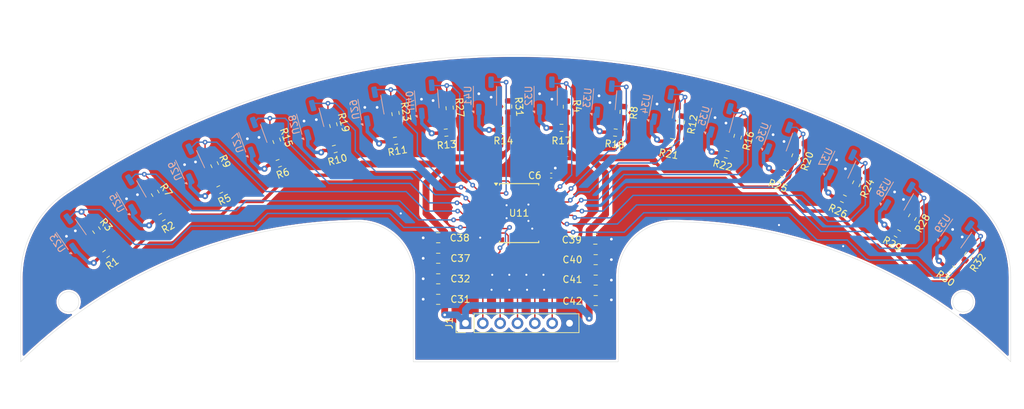
<source format=kicad_pcb>
(kicad_pcb (version 20241229) (generator "pcbnew") (generator_version "9.0")
  (layers (0 "F.Cu" signal) (2 "B.Cu" signal) (13 "F.Paste" user) (15 "B.Paste" user) (5 "F.SilkS" user "F.Silkscreen") (7 "B.SilkS" user "B.Silkscreen") (1 "F.Mask" user) (3 "B.Mask" user) (25 "Edge.Cuts" user))
  (net 0 "")
  (net 1 "GND")
  (net 2 "+3V3")
  (net 3 "Net-(U23-A)")
  (net 4 "Net-(U25-A)")
  (net 5 "OUT_1")
  (net 6 "OUT_9")
  (net 7 "Net-(U27-A)")
  (net 8 "OUT_10")
  (net 9 "OUT_2")
  (net 10 "OUT_3")
  (net 11 "Net-(U26-A)")
  (net 12 "Net-(U28-A)")
  (net 13 "OUT_11")
  (net 14 "OUT_4")
  (net 15 "Net-(U29-A)")
  (net 16 "OUT_12")
  (net 17 "OUT_5")
  (net 18 "OUT_13")
  (net 19 "Net-(U32-A)")
  (net 20 "Net-(U35-A)")
  (net 21 "OUT_6")
  (net 22 "Net-(U33-A)")
  (net 23 "Net-(U34-A)")
  (net 24 "Net-(U36-A)")
  (net 25 "OUT_14")
  (net 26 "Net-(U37-A)")
  (net 27 "OUT_7")
  (net 28 "OUT_15")
  (net 29 "Net-(U38-A)")
  (net 30 "Net-(U39-A)")
  (net 31 "OUT_16")
  (net 32 "OUT_8")
  (net 33 "S1")
  (net 34 "S3")
  (net 35 "S2")
  (net 36 "S0")
  (net 37 "Multiplexer_Analog ")
  (net 38 "Net-(U40-A)")
  (net 39 "Net-(U41-A)")
  (footprint "Resistor_SMD:R_0603_1608Metric" (layer "F.Cu") (at 158.975 76.880001 90)
    (property "Reference" "R4")
    (property "Value" "4k7")
  )
  (footprint "Resistor_SMD:R_0603_1608Metric" (layer "F.Cu") (at 175.675 79.080001 80)
    (property "Reference" "R12")
    (property "Value" "4k7")
  )
  (footprint "Capacitor_SMD:C_0805_2012Metric" (layer "F.Cu") (at 140.125 102.119999 180)
    (property "Reference" "C32")
    (property "Value" "10u")
  )
  (footprint "Resistor_SMD:R_0603_1608Metric" (layer "F.Cu") (at 107.375 85.380001 115)
    (property "Reference" "R9")
    (property "Value" "4k7")
  )
  (footprint "Resistor_SMD:R_0603_1608Metric" (layer "F.Cu") (at 141.803097 77.058142 95)
    (property "Reference" "R27")
    (property "Value" "4k7")
  )
  (footprint "Resistor_SMD:R_0603_1608Metric" (layer "F.Cu") (at 149.575 80.28 180)
    (property "Reference" "R14")
    (property "Value" "100")
  )
  (footprint "Resistor_SMD:R_0603_1608Metric" (layer "F.Cu") (at 182.375 83.880001 165)
    (property "Reference" "R22")
    (property "Value" "100")
  )
  (footprint "Capacitor_SMD:C_0805_2012Metric" (layer "F.Cu") (at 163.189999 99.304999)
    (property "Reference" "C40")
    (property "Value" "10u")
  )
  (footprint "Resistor_SMD:R_0603_1608Metric" (layer "F.Cu") (at 98.675 89.58 120)
    (property "Reference" "R7")
    (property "Value" "4k7")
  )
  (footprint "Package_SO:SSOP-24_5.3x8.2mm_P0.65mm" (layer "F.Cu") (at 151.974999 92.480001)
    (property "Reference" "U11")
    (property "Value" "CD74HC4067SM")
  )
  (footprint "Resistor_SMD:R_0603_1608Metric" (layer "F.Cu") (at 183.988525 81.283113 75)
    (property "Reference" "R16")
    (property "Value" "4k7")
  )
  (footprint "Capacitor_SMD:C_0402_1005Metric_Pad0.74x0.62mm_HandSolder" (layer "F.Cu") (at 156.675002 86.980006)
    (property "Reference" "C6")
    (property "Value" "100n")
  )
  (footprint "Resistor_SMD:R_0603_1608Metric" (layer "F.Cu") (at 91.475 98.480001 -145)
    (property "Reference" "R1")
    (property "Value" "100")
  )
  (footprint "Resistor_SMD:R_0603_1608Metric" (layer "F.Cu") (at 192.475 84.180001 70)
    (property "Reference" "R20")
    (property "Value" "4k7")
  )
  (footprint "Capacitor_SMD:C_0805_2012Metric" (layer "F.Cu") (at 163.19 105.304999)
    (property "Reference" "C42")
    (property "Value" "10u")
  )
  (footprint "Resistor_SMD:R_0603_1608Metric" (layer "F.Cu") (at 158.175 79.980001 180)
    (property "Reference" "R17")
    (property "Value" "100")
  )
  (footprint "Resistor_SMD:R_0603_1608Metric" (layer "F.Cu") (at 201.374999 88.180001 65)
    (property "Reference" "R24")
    (property "Value" "4k7")
  )
  (footprint "Capacitor_SMD:C_0805_2012Metric" (layer "F.Cu") (at 140.125 99.109998 180)
    (property "Reference" "C37")
    (property "Value" "10u")
  )
  (footprint "Resistor_SMD:R_0603_1608Metric" (layer "F.Cu") (at 99.675 93.080001 -150)
    (property "Reference" "R2")
    (property "Value" "100")
  )
  (footprint "Resistor_SMD:R_0603_1608Metric" (layer "F.Cu") (at 174.275 82.080001 170)
    (property "Reference" "R21")
    (property "Value" "100")
  )
  (footprint "Resistor_SMD:R_0603_1608Metric" (layer "F.Cu") (at 199.475 90.38 155)
    (property "Reference" "R26")
    (property "Value" "100")
  )
  (footprint "Resistor_SMD:R_0603_1608Metric" (layer "F.Cu") (at 166.075 80.680001 175)
    (property "Reference" "R18")
    (property "Value" "100")
  )
  (footprint "Resistor_SMD:R_0603_1608Metric" (layer "F.Cu") (at 133.875 77.880001 100)
    (property "Reference" "R23")
    (property "Value" "4k7")
  )
  (footprint "Resistor_SMD:R_0603_1608Metric" (layer "F.Cu") (at 90.075 94.980001 125)
    (property "Reference" "R3")
    (property "Value" "4k7")
  )
  (footprint "Resistor_SMD:R_0603_1608Metric" (layer "F.Cu") (at 150.375 76.855002 90)
    (property "Reference" "R31")
    (property "Value" "4k7")
  )
  (footprint "Resistor_SMD:R_0603_1608Metric" (layer "F.Cu") (at 133.875 81.880001 -170)
    (property "Reference" "R11")
    (property "Value" "100")
  )
  (footprint "Connector_PinHeader_2.54mm:PinHeader_1x07_P2.54mm_Vertical" (layer "F.Cu") (at 144.120001 108.629999 90)
    (property "Reference" "J1")
    (property "Value" "Conn_01x07_Pin")
  )
  (footprint "Capacitor_SMD:C_0805_2012Metric" (layer "F.Cu") (at 163.19 102.304999)
    (property "Reference" "C41")
    (property "Value" "10u")
  )
  (footprint "Resistor_SMD:R_0603_1608Metric" (layer "F.Cu") (at 217.775 98.680001 55)
    (property "Reference" "R32")
    (property "Value" "4k7")
  )
  (footprint "Capacitor_SMD:C_0805_2012Metric" (layer "F.Cu") (at 140.125 105.129999 180)
    (property "Reference" "C31")
    (property "Value" "10u")
  )
  (footprint "Resistor_SMD:R_0603_1608Metric" (layer "F.Cu") (at 124.975 83.080001 -165)
    (property "Reference" "R10")
    (property "Value" "100")
  )
  (footprint "Resistor_SMD:R_0603_1608Metric" (layer "F.Cu") (at 167.275 77.680001 85)
    (property "Reference" "R8")
    (property "Value" "4k7")
  )
  (footprint "Resistor_SMD:R_0603_1608Metric" (layer "F.Cu") (at 116.775 85.180001 -160)
    (property "Reference" "R6")
    (property "Value" "100")
  )
  (footprint "Resistor_SMD:R_0603_1608Metric" (layer "F.Cu") (at 116.475 81.880001 110)
    (property "Reference" "R15")
    (property "Value" "4k7")
  )
  (footprint "Resistor_SMD:R_0603_1608Metric" (layer "F.Cu") (at 207.375 95.48 150)
    (property "Reference" "R29")
    (property "Value" "100")
  )
  (footprint "Resistor_SMD:R_0603_1608Metric" (layer "F.Cu") (at 141.275 80.680001 -175)
    (property "Reference" "R13")
    (property "Value" "100")
  )
  (footprint "Resistor_SMD:R_0603_1608Metric" (layer "F.Cu") (at 209.575 93.080001 60)
    (property "Reference" "R28")
    (property "Value" "4k7")
  )
  (footprint "Capacitor_SMD:C_0805_2012Metric" (layer "F.Cu") (at 140.125 96.099999 180)
    (property "Reference" "C38")
    (property "Value" "10u")
  )
  (footprint "Resistor_SMD:R_0603_1608Metric" (layer "F.Cu") (at 215.375 100.780001 145)
    (property "Reference" "R30")
    (property "Value" "100")
  )
  (footprint "Resistor_SMD:R_0603_1608Metric" (layer "F.Cu") (at 108.127297 89.02866 -155)
    (property "Reference" "R5")
    (property "Value" "100")
  )
  (footprint "Resistor_SMD:R_0603_1608Metric" (layer "F.Cu") (at 124.774999 79.580001 105)
    (property "Reference" "R19")
    (property "Value" "4k7")
  )
  (footprint "Capacitor_SMD:C_0805_2012Metric" (layer "F.Cu") (at 163.14 96.304999)
    (property "Reference" "C39")
    (property "Value" "10u")
  )
  (footprint "Resistor_SMD:R_0603_1608Metric" (layer "F.Cu") (at 190.675 86.680001 160)
    (property "Reference" "R25")
    (property "Value" "100")
  )
  (footprint "OptoDevice:OnSemi_CASE100CY" (layer "B.Cu") (at 103.775 85.280001 25)
    (property "Reference" "U26")
    (property "Value" "QRE1113GR")
  )
  (footprint "OptoDevice:OnSemi_CASE100CY" (layer "B.Cu") (at 86.375 95.480001 35)
    (property "Reference" "U23")
    (property "Value" "QRE1113GR")
  )
  (footprint "OptoDevice:OnSemi_CASE100CY" (layer "B.Cu") (at 130.275 76.880001 10)
    (property "Reference" "U29")
    (property "Value" "QRE1113GR")
  )
  (footprint "OptoDevice:OnSemi_CASE100CY" (layer "B.Cu") (at 95.175 89.780001 30)
    (property "Reference" "U25")
    (property "Value" "QRE1113GR")
  )
  (footprint "OptoDevice:OnSemi_CASE100CY" (layer "B.Cu") (at 189.975 81.48 -20)
    (property "Reference" "U36")
    (property "Value" "QRE1113GR")
  )
  (footprint "OptoDevice:OnSemi_CASE100CY" (layer "B.Cu") (at 172.975 76.880001 -10)
    (property "Reference" "U34")
    (property "Value" "QRE1113GR")
  )
  (footprint "OptoDevice:OnSemi_CASE100CY" (layer "B.Cu") (at 146.975 75.280001)
    (property "Reference" "U41")
    (property "Value" "QRE1113GR")
  )
  (footprint "OptoDevice:OnSemi_CASE100CY" (layer "B.Cu") (at 164.475 75.780001 -5)
    (property "Reference" "U33")
    (property "Value" "QRE1113GR")
  )
  (footprint "OptoDevice:OnSemi_CASE100CY" (layer "B.Cu") (at 199.175 85.38 -25)
    (property "Reference" "U37")
    (property "Value" "QRE1113GR")
  )
  (footprint "OptoDevice:OnSemi_CASE100CY" (layer "B.Cu") (at 216.075 95.48 -35)
    (property "Reference" "U39")
    (property "Value" "QRE1113GR")
  )
  (footprint "OptoDevice:OnSemi_CASE100CY" (layer "B.Cu") (at 121.375 78.880001 15)
    (property "Reference" "U28")
    (property "Value" "QRE1113GR")
  )
  (footprint "OptoDevice:OnSemi_CASE100CY" (layer "B.Cu") (at 138.445889 75.793953 5)
    (property "Reference" "U40")
    (property "Value" "QRE1113GR")
  )
  (footprint "OptoDevice:OnSemi_CASE100CY" (layer "B.Cu") (at 181.475 78.88 -15)
    (property "Reference" "U35")
    (property "Value" "QRE1113GR")
  )
  (footprint "OptoDevice:OnSemi_CASE100CY" (layer "B.Cu") (at 207.574999 89.980001 -30)
    (property "Reference" "U38")
    (property "Value" "QRE1113GR")
  )
  (footprint "OptoDevice:OnSemi_CASE100CY" (layer "B.Cu") (at 112.975 81.380001 20)
    (property "Reference" "U27")
    (property "Value" "QRE1113GR")
  )
  (footprint "OptoDevice:OnSemi_CASE100CY" (layer "B.Cu") (at 155.874999 75.280001)
    (property "Reference" "U32")
    (property "Value" "QRE1113GR")
  )
  (gr_line (start 166.475001 101.748677) (end 166.480001 114.279999) (stroke (width 0.05)) (layer "Edge.Cuts"))
  (gr_line (start 136.475 101.748677) (end 136.470002 114.279999) (stroke (width 0.05)) (layer "Edge.Cuts"))
  (gr_arc (start 217.379386 89.476807) (mid 222.223874 94.86795) (end 223.975001 101.901231) (stroke (width 0.05)) (layer "Edge.Cuts"))
  (gr_arc (start 78.975001 101.901231) (mid 80.726108 94.867935) (end 85.570617 89.476807) (stroke (width 0.05)) (layer "Edge.Cuts"))
  (gr_circle (center 217 105.5) (end 215.5 105.5) (stroke (width 0.05)) (fill no) (layer "Edge.Cuts"))
  (gr_arc (start 78.975001 114.279998) (mid 101.688926 99.190743) (end 128.409609 93.748944) (stroke (width 0.05)) (layer "Edge.Cuts"))
  (gr_circle (center 78.975001 94.279999) (end 78.985001 94.279999) (stroke (width 0.0001)) (fill yes) (layer "Edge.Cuts"))
  (gr_line (start 223.975001 101.901231) (end 223.975001 114.279999) (stroke (width 0.05)) (layer "Edge.Cuts"))
  (gr_circle (center 86 105.5) (end 84.5 105.5) (stroke (width 0.05)) (fill no) (layer "Edge.Cuts"))
  (gr_arc (start 166.475 101.748677) (mid 168.841324 96.068763) (end 174.54039 93.748944) (stroke (width 0.05)) (layer "Edge.Cuts"))
  (gr_arc (start 128.409609 93.748944) (mid 134.108692 96.068746) (end 136.475 101.748677) (stroke (width 0.05)) (layer "Edge.Cuts"))
  (gr_arc (start 174.54039 93.748944) (mid 201.261075 99.190741) (end 223.975001 114.279999) (stroke (width 0.05)) (layer "Edge.Cuts"))
  (gr_arc (start 85.570617 89.476807) (mid 151.475001 69.280001) (end 217.379386 89.476807) (stroke (width 0.05)) (layer "Edge.Cuts"))
  (gr_line (start 78.975001 101.901231) (end 78.975001 114.279998) (stroke (width 0.05)) (layer "Edge.Cuts"))
  (gr_line (start 136.470002 114.279999) (end 166.480001 114.279999) (stroke (width 0.05)) (layer "Edge.Cuts"))
  (gr_circle (center 223.975 94.279999) (end 223.985001 94.279998) (stroke (width 0.0001)) (fill yes) (layer "Edge.Cuts"))
  (segment (start 146.275 96.080001) (end 148.35 96.080001) (width 0.2) (layer "F.Cu") (net 1))
  (segment (start 153.900001 94.755) (end 155.574999 94.755) (width 0.2) (layer "F.Cu") (net 1))
  (segment (start 157.242509 85.912492) (end 157.242509 86.980001) (width 0.5) (layer "F.Cu") (net 1))
  (segment (start 148.35 96.080001) (end 148.375 96.055001) (width 0.2) (layer "F.Cu") (net 1))
  (segment (start 137.935 96.099999) (end 137.925 96.109999) (width 0.5) (layer "F.Cu") (net 1))
  (segment (start 157.275 85.880001) (end 157.242509 85.912492) (width 0.5) (layer "F.Cu") (net 1))
  (segment (start 164.14 99.304999) (end 165.49 99.304999) (width 0.5) (layer "F.Cu") (net 1))
  (segment (start 139.175 99.109999) (end 137.925 99.109998) (width 0.5) (layer "F.Cu") (net 1))
  (segment (start 157.242509 86.980001) (end 157.242502 86.980007) (width 0.5) (layer "F.Cu") (net 1))
  (segment (start 137.945 105.129999) (end 137.925 105.109999) (width 0.5) (layer "F.Cu") (net 1))
  (segment (start 139.175 96.099998) (end 137.935 96.099999) (width 0.5) (layer "F.Cu") (net 1))
  (segment (start 137.935 102.119999) (end 137.925 102.109999) (width 0.5) (layer "F.Cu") (net 1))
  (segment (start 139.175 105.129999) (end 137.945 105.129999) (width 0.5) (layer "F.Cu") (net 1))
  (segment (start 165.39 105.304999) (end 165.49 105.204999) (width 0.5) (layer "F.Cu") (net 1))
  (segment (start 139.175 102.119999) (end 137.935 102.119999) (width 0.5) (layer "F.Cu") (net 1))
  (segment (start 164.14 102.304999) (end 165.49 102.304998) (width 0.5) (layer "F.Cu") (net 1))
  (segment (start 164.09 96.304999) (end 165.49 96.304999) (width 0.5) (layer "F.Cu") (net 1))
  (segment (start 164.14 105.304999) (end 165.39 105.304999) (width 0.5) (layer "F.Cu") (net 1))
  (via (at 137.675 75.78) (size 0.9) (drill 0.4) (layers "F.Cu" "B.Cu") (net 1))
  (via (at 165.49 96.304999) (size 0.9) (drill 0.4) (layers "F.Cu" "B.Cu") (net 1))
  (via (at 150.140001 93.229999) (size 0.7) (drill 0.3) (layers "F.Cu" "B.Cu") (net 1))
  (via (at 131.174999 76.980001) (size 0.9) (drill 0.4) (layers "F.Cu" "B.Cu") (net 1))
  (via (at 134.640001 92.529999) (size 0.7) (drill 0.3) (layers "F.Cu" "B.Cu") (net 1))
  (via (at 113.875 81.380001) (size 0.9) (drill 0.4) (layers "F.Cu" "B.Cu") (net 1))
  (via (at 190.040001 94.229999) (size 0.7) (drill 0.3) (layers "F.Cu" "B.Cu") (net 1))
  (via (at 150.140001 91.329999) (size 0.7) (drill 0.3) (layers "F.Cu" "B.Cu") (net 1))
  (via (at 154.975 74.980001) (size 0.9) (drill 0.4) (layers "F.Cu" "B.Cu") (net 1))
  (via (at 137.925 102.109999) (size 0.9) (drill 0.4) (layers "F.Cu" "B.Cu") (net 1))
  (via (at 112.175 81.580001) (size 0.9) (drill 0.4) (layers "F.Cu" "B.Cu") (net 1))
  (via (at 86.975 95.080001) (size 0.9) (drill 0.4) (layers "F.Cu" "B.Cu") (net 1))
  (via (at 122.275 78.780001) (size 0.9) (drill 0.4) (layers "F.Cu" "B.Cu") (net 1))
  (via (at 146.275 96.080001) (size 0.7) (drill 0.3) (layers "F.Cu" "B.Cu") (net 1))
  (via (at 147.875 75.480001) (size 0.9) (drill 0.4) (layers "F.Cu" "B.Cu") (net 1))
  (via (at 153.340001 91.229999) (size 0.7) (drill 0.3) (layers "F.Cu" "B.Cu") (net 1))
  (via (at 180.675 78.480001) (size 0.9) (drill 0.4) (layers "F.Cu" "B.Cu") (net 1))
  (via (at 156.775 75.780001) (size 0.9) (drill 0.4) (layers "F.Cu" "B.Cu") (net 1))
  (via (at 199.775 85.98) (size 0.9) (drill 0.4) (layers "F.Cu" "B.Cu") (net 1))
  (via (at 137.925 99.109998) (size 0.9) (drill 0.4) (layers "F.Cu" "B.Cu") (net 1))
  (via (at 96.075 89.780001) (size 0.9) (drill 0.4) (layers "F.Cu" "B.Cu") (net 1))
  (via (at 102.975 85.380001) (size 0.9) (drill 0.4) (layers "F.Cu" "B.Cu") (net 1))
  (via (at 172.175 76.480001) (size 0.9) (drill 0.4) (layers "F.Cu" "B.Cu") (net 1))
  (via (at 153.900001 94.755) (size 0.7) (drill 0.3) (layers "F.Cu" "B.Cu") (net 1))
  (via (at 215.475 94.88) (size 0.9) (drill 0.4) (layers "F.Cu" "B.Cu") (net 1))
  (via (at 129.375 76.980001) (size 0.9) (drill 0.4) (layers "F.Cu" "B.Cu") (net 1))
  (via (at 206.974999 89.380001) (size 0.9) (drill 0.4) (layers "F.Cu" "B.Cu") (net 1))
  (via (at 163.675 75.280001) (size 0.9) (drill 0.4) (layers "F.Cu" "B.Cu") (net 1))
  (via (at 173.975 77.28) (size 0.9) (drill 0.4) (layers "F.Cu" "B.Cu") (net 1))
  (via (at 165.49 105.204999) (size 0.9) (drill 0.4) (layers "F.Cu" "B.Cu") (net 1))
  (via (at 189.175 80.980001) (size 0.9) (drill 0.4) (layers "F.Cu" "B.Cu") (net 1))
  (via (at 150.540001 101.529999) (size 0.7) (drill 0.3) (layers "F.Cu" "B.Cu") (net 1))
  (via (at 120.475 78.980001) (size 0.9) (drill 0.4) (layers "F.Cu" "B.Cu") (net 1))
  (via (at 199.440001 97.329999) (size 0.7) (drill 0.3) (layers "F.Cu" "B.Cu") (net 1))
  (via (at 153.340001 93.629999) (size 0.7) (drill 0.3) (layers "F.Cu" "B.Cu") (net 1))
  (via (at 155.640001 103.729999) (size 0.7) (drill 0.3) (layers "F.Cu" "B.Cu") (net 1))
  (via (at 137.925 96.109999) (size 0.9) (drill 0.4) (layers "F.Cu" "B.Cu") (net 1))
  (via (at 147.940001 103.729999) (size 0.7) (drill 0.3) (layers "F.Cu" "B.Cu") (net 1))
  (via (at 198.475 84.680001) (size 0.9) (drill 0.4) (layers "F.Cu" "B.Cu") (net 1))
  (via (at 165.275 76.280001) (size 0.9) (drill 0.4) (layers "F.Cu" "B.Cu") (net 1))
  (via (at 165.49 99.304999) (size 0.9) (drill 0.4) (layers "F.Cu" "B.Cu") (net 1))
  (via (at 153.040001 101.529999) (size 0.7) (drill 0.3) (layers "F.Cu" "B.Cu") (net 1))
  (via (at 139.375 75.980001) (size 0.9) (drill 0.4) (layers "F.Cu" "B.Cu") (net 1))
  (via (at 148.040001 101.529999) (size 0.7) (drill 0.3) (layers "F.Cu" "B.Cu") (net 1))
  (via (at 146.075 74.980001) (size 0.9) (drill 0.4) (layers "F.Cu" "B.Cu") (net 1))
  (via (at 182.274999 79.280001) (size 0.9) (drill 0.4) (layers "F.Cu" "B.Cu") (net 1))
  (via (at 165.49 102.304998) (size 0.9) (drill 0.4) (layers "F.Cu" "B.Cu") (net 1))
  (via (at 155.540001 101.529999) (size 0.7) (drill 0.3) (layers "F.Cu" "B.Cu") (net 1))
  (via (at 190.775 81.98) (size 0.9) (drill 0.4) (layers "F.Cu" "B.Cu") (net 1))
  (via (at 208.275 90.480001) (size 0.9) (drill 0.4) (layers "F.Cu" "B.Cu") (net 1))
  (via (at 85.675 95.880001) (size 0.9) (drill 0.4) (layers "F.Cu" "B.Cu") (net 1))
  (via (at 104.575 84.980001) (size 0.9) (drill 0.4) (layers "F.Cu" "B.Cu") (net 1))
  (via (at 150.540001 103.729999) (size 0.7) (drill 0.3) (layers "F.Cu" "B.Cu") (net 1))
  (via (at 94.475 90.38) (size 0.9) (drill 0.4) (layers "F.Cu" "B.Cu") (net 1))
  (via (at 137.925 105.109999) (size 0.9) (drill 0.4) (layers "F.Cu" "B.Cu") (net 1))
  (via (at 157.275 85.880001) (size 0.9) (drill 0.4) (layers "F.Cu" "B.Cu") (net 1))
  (via (at 216.875 95.980001) (size 0.9) (drill 0.4) (layers "F.Cu" "B.Cu") (net 1))
  (via (at 153.140001 103.729999) (size 0.7) (drill 0.3) (layers "F.Cu" "B.Cu") (net 1))
  (segment (start 139.516778 77.707905) (end 139.516778 76.121778) (width 0.5) (layer "B.Cu") (net 1))
  (segment (start 207.354422 91.400579) (end 208.275 90.480001) (width 0.5) (layer "B.Cu") (net 1))
  (segment (start 84.490613 94.695614) (end 85.675 95.880001) (width 0.5) (layer "B.Cu") (net 1))
  (segment (start 189.813319 79.292799) (end 189.813319 80.341682) (width 0.5) (layer "B.Cu") (net 1))
  (segment (start 88.259387 96.364388) (end 86.975 95.080001) (width 0.5) (layer "B.Cu") (net 1))
  (segment (start 181.826692 79.728308) (end 182.274999 79.280001) (width 0.5) (layer "B.Cu") (net 1))
  (segment (start 146.075003 74.979998) (end 146.075 74.980001) (width 0.5) (layer "B.Cu") (net 1))
  (segment (start 111.445235 80.850236) (end 112.175 81.580001) (width 0.5) (layer "B.Cu") (net 1))
  (segment (start 173.514028 79.005898) (end 173.514028 77.740972) (width 0.5) (layer "B.Cu") (net 1))
  (segment (start 105.435911 85.840912) (end 104.575 84.980001) (width 0.5) (layer "B.Cu") (net 1))
  (segment (start 165.197261 76.35774) (end 165.275 76.280001) (width 0.5) (layer "B.Cu") (net 1))
  (segment (start 181.826693 81.044787) (end 181.826692 79.728308) (width 0.5) (layer "B.Cu") (net 1))
  (segment (start 105.435911 86.71226) (end 105.435911 85.840912) (width 0.5) (layer "B.Cu") (net 1))
  (segment (start 190.136681 83.667202) (end 190.136681 82.61832) (width 0.5) (layer "B.Cu") (net 1))
  (segment (start 163.752739 73.709173) (end 163.752739 75.202262) (width 0.5) (layer "B.Cu") (net 1))
  (segment (start 137.675 75.78) (end 137.675 75.480001) (width 0.5) (layer "B.Cu") (net 1))
  (segment (start 111.445235 79.808428) (end 111.445235 80.850236) (width 0.5) (layer "B.Cu") (net 1))
  (segment (start 131.508621 77.313622) (end 131.174999 76.980001) (width 0.5) (layer "B.Cu") (net 1))
  (segment (start 93.39558 89.300581) (end 94.475 90.38) (width 0.5) (layer "B.Cu") (net 1))
  (segment (start 96.95442 91.062052) (end 96.95442 90.659421) (width 0.5) (layer "B.Cu") (net 1))
  (segment (start 156.774997 77.28) (end 156.774997 75.780004) (width 0.5) (layer "B.Cu") (net 1))
  (segment (start 122.761969 79.26697) (end 122.275 78.780001) (width 0.5) (layer "B.Cu") (net 1))
  (segment (start 189.813319 80.341682) (end 189.175 80.980001) (width 0.5) (layer "B.Cu") (net 1))
  (segment (start 190.136681 82.61832) (end 190.775 81.98) (width 0.5) (layer "B.Cu") (net 1))
  (segment (start 139.516778 76.121778) (end 139.375 75.980001) (width 0.5) (layer "B.Cu") (net 1))
  (segment (start 216.484915 93.32548) (end 216.484916 93.870084) (width 0.5) (layer "B.Cu") (net 1))
  (segment (start 165.197261 77.850829) (end 165.197261 76.35774) (width 0.5) (layer "B.Cu") (net 1))
  (segment (start 114.504765 82.951574) (end 114.504765 82.009766) (width 0.5) (layer "B.Cu") (net 1))
  (segment (start 146.075003 73.280002) (end 146.075003 74.979998) (width 0.5) (layer "B.Cu") (net 1))
  (segment (start 84.490613 94.357913) (end 84.490613 94.695614) (width 0.5) (layer "B.Cu") (net 1))
  (segment (start 93.39558 88.49795) (end 93.39558 89.300581) (width 0.5) (layer "B.Cu") (net 1))
  (segment (start 172.435972 76.219029) (end 172.175 76.480001) (width 0.5) (layer "B.Cu") (net 1))
  (segment (start 154.975002 73.280002) (end 154.975003 74.979998) (width 0.5) (layer "B.Cu") (net 1))
  (segment (start 96.95442 90.659421) (end 96.075 89.780001) (width 0.5) (layer "B.Cu") (net 1))
  (segment (start 199.145439 87.57297) (end 199.145439 86.609561) (width 0.5) (layer "B.Cu") (net 1))
  (segment (start 207.795578 87.797952) (end 207.795578 88.559423) (width 0.5) (layer "B.Cu") (net 1))
  (segment (start 181.123307 78.031694) (end 180.675 78.480001) (width 0.5) (layer "B.Cu") (net 1))
  (segment (start 216.484916 93.870084) (end 215.475 94.88) (width 0.5) (layer "B.Cu") (net 1))
  (segment (start 173.514028 77.740972) (end 173.975 77.28) (width 0.5) (layer "B.Cu") (net 1))
  (segment (start 102.114089 84.51909) (end 102.975 85.380001) (width 0.5) (layer "B.Cu") (net 1))
  (segment (start 199.204561 83.95044) (end 198.475 84.680001) (width 0.5) (layer "B.Cu") (net 1))
  (segment (start 156.774997 75.780004) (end 156.775 75.780001) (width 0.5) (layer "B.Cu") (net 1))
  (segment (start 207.795578 88.559423) (end 206.974999 89.380001) (width 0.5) (layer "B.Cu") (net 1))
  (segment (start 147.874997 77.28) (end 147.874997 75.480003) (width 0.5) (layer "B.Cu") (net 1))
  (segment (start 131.508621 78.693332) (end 131.508621 77.313622) (width 0.5) (layer "B.Cu") (net 1))
  (segment (start 102.114089 83.847742) (end 102.114089 84.51909) (width 0.5) (layer "B.Cu") (net 1))
  (segment (start 137.675 75.480001) (end 137.375 75.180001) (width 0.5) (layer "B.Cu") (net 1))
  (segment (start 137.375 75.180001) (end 137.374999 73.880001) (width 0.5) (layer "B.Cu") (net 1))
  (segment (start 199.204561 83.187031) (end 199.204561 83.95044) (width 0.5) (layer "B.Cu") (net 1))
  (segment (start 88.259387 96.602089) (end 88.259387 96.364388) (width 0.5) (layer "B.Cu") (net 1))
  (segment (start 172.435971 74.754104) (end 172.435972 76.219029) (width 0.5) (layer "B.Cu") (net 1))
  (segment (start 215.665084 97.189917) (end 216.875 95.980001) (width 0.5) (layer "B.Cu") (net 1))
  (segment (start 199.145439 86.609561) (end 199.775 85.98) (width 0.5) (layer "B.Cu") (net 1))
  (segment (start 154.975003 74.979998) (end 154.975 74.980001) (width 0.5) (layer "B.Cu") (net 1))
  (segment (start 163.752739 75.202262) (end 163.675 75.280001) (width 0.5) (layer "B.Cu") (net 1))
  (segment (start 122.761969 80.578914) (end 122.761969 79.26697) (width 0.5) (layer "B.Cu") (net 1))
  (segment (start 114.504765 82.009766) (end 113.875 81.380001) (width 0.5) (layer "B.Cu") (net 1))
  (segment (start 181.123307 76.715214) (end 181.123307 78.031694) (width 0.5) (layer "B.Cu") (net 1))
  (segment (start 215.665084 97.634521) (end 215.665084 97.189917) (width 0.5) (layer "B.Cu") (net 1))
  (segment (start 147.874997 75.480003) (end 147.875 75.480001) (width 0.5) (layer "B.Cu") (net 1))
  (segment (start 119.988031 78.493032) (end 120.475 78.980001) (width 0.5) (layer "B.Cu") (net 1))
  (segment (start 129.041379 76.64638) (end 129.375 76.980001) (width 0.5) (layer "B.Cu") (net 1))
  (segment (start 129.041379 75.06667) (end 129.041379 76.64638) (width 0.5) (layer "B.Cu") (net 1))
  (segment (start 207.354422 92.16205) (end 207.354422 91.400579) (width 0.5) (layer "B.Cu") (net 1))
  (segment (start 119.988031 77.181087) (end 119.988031 78.493032) (width 0.5) (layer "B.Cu") (net 1))
  (segment (start 100.38947 92.667503) (end 100.462502 92.667503) (width 0.5) (layer "F.Cu") (net 2))
  (segment (start 200.222704 90.728661) (end 200.222704 91.432296) (width 0.5) (layer "F.Cu") (net 2))
  (segment (start 138.340001 88.115) (end 140.675 85.780001) (width 1) (layer "F.Cu") (net 2))
  (segment (start 198.825 92.83) (end 198.175 92.180001) (width 0.5) (layer "F.Cu") (net 2))
  (segment (start 182.575 86.380001) (end 173.275 86.380001) (width 0.5) (layer "F.Cu") (net 2))
  (segment (start 141.075 96.099998) (end 141.225 95.949998) (width 0.2) (layer "F.Cu") (net 2))
  (segment (start 97.475 95.880001) (end 94.375 98.980001) (width 0.5) (layer "F.Cu") (net 2))
  (segment (start 127.325 86.930001) (end 119.525 86.930001) (width 0.5) (layer "F.Cu") (net 2))
  (segment (start 183.171889 85.783112) (end 182.575 86.380001) (width 0.5) (layer "F.Cu") (net 2))
  (segment (start 149.575 83.880001) (end 149.075 84.380001) (width 1) (layer "F.Cu") (net 2))
  (segment (start 142.075 83.180001) (end 142.075 84.380001) (width 0.5) (layer "F.Cu") (net 2))
  (segment (start 208.08947 96.66553) (end 206.725 98.030001) (width 0.5) (layer "F.Cu") (net 2))
  (segment (start 162.19 96.304999) (end 162.24 96.354999) (width 1) (layer "F.Cu") (net 2))
  (segment (start 140.175 85.280001) (end 140.675 85.780001) (width 1) (layer "F.Cu") (net 2))
  (segment (start 125.771887 82.866476) (end 124.988525 80.376888) (width 0.5) (layer "F.Cu") (net 2))
  (segment (start 128.975 85.280001) (end 127.975 86.280001) (width 1) (layer "F.Cu") (net 2))
  (segment (start 211.275 102.580001) (end 206.725 98.030001) (width 0.5) (layer "F.Cu") (net 2))
  (segment (start 193.475 92.180001) (end 189.975 88.680001) (width 0.5) (layer "F.Cu") (net 2))
  (segment (start 166.775 80.873766) (end 166.775 82.380001) (width 0.5) (layer "F.Cu") (net 2))
  (segment (start 167.203095 78.501864) (end 166.896861 80.751904) (width 0.5) (layer "F.Cu") (net 2))
  (segment (start 117.550245 84.955246) (end 119.525 86.930001) (width 0.5) (layer "F.Cu") (net 2))
  (segment (start 216.0508 101.253202) (end 214.724001 102.580001) (width 0.5) (layer "F.Cu") (net 2))
  (segment (start 162.24 96.354999) (end 162.24 97.029999) (width 1) (layer "F.Cu") (net 2))
  (segment (start 206.725 98.030001) (end 204.875 96.180001) (width 0.5) (layer "F.Cu") (net 2))
  (segment (start 94.375 98.980001) (end 93.123999 98.980001) (width 0.5) (layer "F.Cu") (net 2))
  (segment (start 141.075 96.099998) (end 141.075 95.264998) (width 1) (layer "F.Cu") (net 2))
  (segment (start 164.640001 92.629999) (end 162.24 95.03) (width 1) (layer "F.Cu") (net 2))
  (segment (start 191.450247 87.204754) (end 189.975 88.680001) (width 0.5) (layer "F.Cu") (net 2))
  (segment (start 191.450247 86.962168) (end 191.450247 87.204754) (width 0.5) (layer "F.Cu") (net 2))
  (segment (start 162.375 84.380001) (end 164.640001 86.645002) (width 1) (layer "F.Cu") (net 2))
  (segment (start 171.825 84.930001) (end 171.275 84.380001) (width 1) (layer "F.Cu") (net 2))
  (segment (start 125.771887 82.866476) (end 125.771887 85.376888) (width 0.5) (layer "F.Cu") (net 2))
  (segment (start 156.275 84.48) (end 159.975 84.48) (width 0.5) (layer "F.Cu") (net 2))
  (segment (start 183.171889 84.093526) (end 183.171889 85.783112) (width 0.5) (layer "F.Cu") (net 2))
  (segment (start 100.462502 92.667503) (end 102.275 94.480001) (width 0.5) (layer "F.Cu") (net 2))
  (segment (start 127.975 86.280001) (end 127.325 86.930001) (width 0.5) (layer "F.Cu") (net 2))
  (segment (start 162.24 107.904998) (end 162.24 105.304999) (width 1) (layer "F.Cu") (net 2))
  (segment (start 162.19 96.304999) (end 162.24 96.254998) (width 1) (layer "F.Cu") (net 2))
  (segment (start 102.275 94.480001) (end 100.875 95.880001) (width 0.5) (layer "F.Cu") (net 2))
  (segment (start 142.096859 83.158141) (end 142.075 83.180001) (width 0.5) (layer "F.Cu") (net 2))
  (segment (start 110.375 90.180001) (end 110.375 90.780001) (width 0.5) (layer "F.Cu") (net 2))
  (segment (start 175.087467 82.223261) (end 175.087467 84.567533) (width 0.5) (layer "F.Cu") (net 2))
  (segment (start 201.02634 88.927706) (end 200.222704 90.728661) (width 0.5) (layer "F.Cu") (net 2))
  (segment (start 150.375 77.680001) (end 150.399998 80.280001) (width 0.5) (layer "F.Cu") (net 2))
  (segment (start 159.475 83.780001) (end 159 83.305001) (width 0.5) (layer "F.Cu") (net 2))
  (segment (start 100.875 95.880001) (end 97.475 95.880001) (width 0.5) (layer "F.Cu") (net 2))
  (segment (start 117.550245 84.897835) (end 116.757166 82.655248) (width 0.5) (layer "F.Cu") (net 2))
  (segment (start 108.875 88.680001) (end 107.723659 86.127707) (width 0.5) (layer "F.Cu") (net 2))
  (segment (start 184.875 88.680001) (end 182.575 86.380001) (width 0.5) (layer "F.Cu") (net 2))
  (segment (start 100.38947 92.667503) (end 99.087499 90.294469) (width 0.5) (layer "F.Cu") (net 2))
  (segment (start 141.075 95.264998) (end 141.075 107.409999) (width 1) (layer "F.Cu") (net 2))
  (segment (start 132.475 85.280001) (end 140.175 85.280001) (width 1) (layer "F.Cu") (net 2))
  (segment (start 103.975 92.780001) (end 102.275 94.480001) (width 0.5) (layer "F.Cu") (net 2))
  (segment (start 204.875 96.180001) (end 202.175 96.180001) (width 0.5) (layer "F.Cu") (net 2))
  (segment (start 117.550245 84.897835) (end 117.550245 84.955246) (width 0.5) (layer "F.Cu") (net 2))
  (segment (start 162.24 97.029999) (end 162.24 105.304999) (width 1) (layer "F.Cu") (net 2))
  (segment (start 160.075 84.380001) (end 162.375 84.380001) (width 1) (layer "F.Cu") (net 2))
  (segment (start 119.525 86.930001) (end 118.225 86.930001) (width 0.5) (layer "F.Cu") (net 2))
  (segment (start 214.724001 102.580001) (end 211.275 102.580001) (width 0.5) (layer "F.Cu") (net 2))
  (segment (start 118.225 86.930001) (end 114.375 90.780001) (width 0.5) (layer "F.Cu") (net 2))
  (segment (start 166.896861 80.751904) (end 166.775 80.873766) (width 0.5) (layer "F.Cu") (net 2))
  (segment (start 142.096859 80.608098) (end 142.096859 83.158141) (width 0.5) (layer "F.Cu") (net 2))
  (segment (start 171.275 84.380001) (end 167.075 84.380001) (width 1) (layer "F.Cu") (net 2))
  (segment (start 108.375 92.780001) (end 103.975 92.780001) (width 0.5) (layer "F.Cu") (net 2))
  (segment (start 200.222704 91.432296) (end 198.825 92.83) (width 0.5) (layer "F.Cu") (net 2))
  (segment (start 149.575 83.880001) (end 150.399998 83.055003) (width 0.5) (layer "F.Cu") (net 2))
  (segment (start 156.275 84.48) (end 156.1075 84.6475) (width 0.5) (layer "F.Cu") (net 2))
  (segment (start 159 83.305001) (end 159 79.980001) (width 0.5) (layer "F.Cu") (net 2))
  (segment (start 175.087467 84.567533) (end 173.275 86.380001) (width 0.5) (layer "F.Cu") (net 2))
  (segment (start 93.123999 98.980001) (end 92.150799 98.006802) (width 0.5) (layer "F.Cu") (net 2))
  (segment (start 158.974999 77.705002) (end 159 79.980001) (width 0.5) (layer "F.Cu") (net 2))
  (segment (start 156.1075 84.6475) (end 156.1075 86.980005) (width 0.5) (layer "F.Cu") (net 2))
  (segment (start 208.08947 95.892501) (end 208.08947 96.66553) (width 0.5) (layer "F.Cu") (net 2))
  (segment (start 217.301798 99.355802) (end 216.0508 101.253202) (width 0.5) (layer "F.Cu") (net 2))
  (segment (start 134.018259 78.692465) (end 134.687465 81.736742) (width 0.5) (layer "F.Cu") (net 2))
  (segment (start 141.875 77.880001) (end 142.096859 80.608098) (width 0.5) (layer "F.Cu") (net 2))
  (segment (start 183.774999 82.080004) (end 183.171889 84.093526) (width 0.5) (layer "F.Cu") (net 2))
  (segment (start 149.075 84.380001) (end 142.075 84.380001) (width 1) (layer "F.Cu") (net 2))
  (segment (start 159.475 83.780001) (end 160.075 84.380001) (width 1) (layer "F.Cu") (net 2))
  (segment (start 134.675 83.10493) (end 134.687465 83.092465) (width 0.5) (layer "F.Cu") (net 2))
  (segment (start 142.075 84.380001) (end 140.675 85.780001) (width 1) (layer "F.Cu") (net 2))
  (segment (start 162.24 95.03) (end 162.24 97.029999) (width 1) (layer "F.Cu") (net 2))
  (segment (start 209.162499 93.794472) (end 208.08947 95.892501) (width 0.5) (layer "F.Cu") (net 2))
  (segment (start 141.075 95.264998) (end 138.340001 92.529999) (width 1) (layer "F.Cu") (net 2))
  (segment (start 167.075 84.380001) (end 162.375 84.380001) (width 1) (layer "F.Cu") (net 2))
  (segment (start 173.275 86.380001) (end 171.825 84.930001) (width 0.5) (layer "F.Cu") (net 2))
  (segment (start 132.475 85.280001) (end 134.650069 83.104931) (width 0.5) (layer "F.Cu") (net 2))
  (segment (start 156.107501 88.347501) (end 155.575 88.880002) (width 0.5) (layer "F.Cu") (net 2))
  (segment (start 156.1075 86.980005) (end 156.107501 88.347501) (width 0.5) (layer "F.Cu") (net 2))
  (segment (start 166.775 82.380001) (end 167.075 82.680001) (width 0.5) (layer "F.Cu") (net 2))
  (segment (start 150.399998 83.055003) (end 150.399998 80.280001) (width 0.5) (layer "F.Cu") (net 2))
  (segment (start 167.075 82.680001) (end 167.075 84.380001) (width 0.5) (layer "F.Cu") (net 2))
  (segment (start 125.771887 85.376888) (end 127.325 86.930001) (width 0.5) (layer "F.Cu") (net 2))
  (segment (start 198.175 92.180001) (end 193.475 92.180001) (width 0.5) (layer "F.Cu") (net 2))
  (segment (start 175.53174 79.892469) (end 175.087467 82.223261) (width 0.5) (layer "F.Cu") (net 2))
  (segment (start 110.375 90.780001) (end 108.375 92.780001) (width 0.5) (layer "F.Cu") (net 2))
  (segment (start 114.375 90.780001) (end 110.375 90.780001) (width 0.5) (layer "F.Cu") (net 2))
  (segment (start 134.687465 83.092465) (end 134.687465 81.736742) (width 0.5) (layer "F.Cu") (net 2))
  (segment (start 164.640001 86.645002) (end 164.640001 92.629999) (width 1) (layer "F.Cu") (net 2))
  (segment (start 138.340001 92.529999) (end 138.340001 88.115) (width 1) (layer "F.Cu") (net 2))
  (segment (start 92.150799 98.006802) (end 90.548202 95.655804) (width 0.5) (layer "F.Cu") (net 2))
  (segment (start 202.175 96.180001) (end 198.825 92.83) (width 0.5) (layer "F.Cu") (net 2))
  (segment (start 108.875 88.680001) (end 110.375 90.180001) (width 0.5) (layer "F.Cu") (net 2))
  (segment (start 134.650069 83.104931) (end 134.675 83.10493) (width 0.5) (layer "F.Cu") (net 2))
  (segment (start 132.475 85.280001) (end 128.975 85.280001) (width 1) (layer "F.Cu") (net 2))
  (segment (start 189.975 88.680001) (end 184.875 88.680001) (width 0.5) (layer "F.Cu") (net 2))
  (segment (start 192.192833 84.955247) (end 191.450247 86.962168) (width 0.5) (layer "F.Cu") (net 2))
  (segment (start 159.975 84.48) (end 160.075 84.380001) (width 0.5) (layer "F.Cu") (net 2))
  (via (at 141.075 107.409999) (size 0.9) (drill 0.4) (layers "F.Cu" "B.Cu") (net 2))
  (via (at 162.24 107.904998) (size 0.9) (drill 0.4) (layers "F.Cu" "B.Cu") (net 2))
  (segment (start 162.24 107.604997) (end 162.24 107.904998) (width 1) (layer "B.Cu") (net 2))
  (segment (start 141.075 107.409999) (end 142.900001 107.409999) (width 1) (layer "B.Cu") (net 2))
  (segment (start 144.740001 106.029999) (end 160.665002 106.029999) (width 1) (layer "B.Cu") (net 2))
  (segment (start 144.120001 106.649999) (end 144.740001 106.029999) (width 1) (layer "B.Cu") (net 2))
  (segment (start 144.120001 108.629999) (end 144.120001 106.649999) (width 1) (layer "B.Cu") (net 2))
  (segment (start 142.900001 107.409999) (end 144.120001 108.629999) (width 1) (layer "B.Cu") (net 2))
  (segment (start 160.665002 106.029999) (end 162.24 107.604997) (width 1) (layer "B.Cu") (net 2))
  (segment (start 90.799199 98.9532) (end 90.501801 98.953199) (width 0.5) (layer "F.Cu") (net 3))
  (segment (start 90.501801 98.953199) (end 89.674999 99.780001) (width 0.5) (layer "F.Cu") (net 3))
  (via (at 89.674999 99.780001) (size 0.9) (drill 0.4) (layers "F.Cu" "B.Cu") (net 3))
  (segment (start 89.674999 99.780001) (end 88.93039 99.780001) (width 0.5) (layer "B.Cu") (net 3))
  (segment (start 88.93039 99.780001) (end 86.784916 97.634526) (width 0.5) (layer "B.Cu") (net 3))
  (segment (start 86.784916 97.634526) (end 86.784916 97.989917) (width 0.2) (layer "B.Cu") (net 3))
  (segment (start 98.96053 93.492499) (end 98.562502 93.492499) (width 0.5) (layer "F.Cu") (net 4))
  (segment (start 98.562502 93.492499) (end 97.775 94.280001) (width 0.5) (layer "F.Cu") (net 4))
  (via (at 97.775 94.280001) (size 0.9) (drill 0.4) (layers "F.Cu" "B.Cu") (net 4))
  (segment (start 97.775 94.280001) (end 96.675 94.280001) (width 0.5) (layer "B.Cu") (net 4))
  (segment (start 96.675 94.280001) (end 95.395577 93.000578) (width 0.5) (layer "B.Cu") (net 4))
  (segment (start 95.395577 93.000578) (end 95.395577 91.962056) (width 0.5) (layer "B.Cu") (net 4))
  (segment (start 89.601798 94.006799) (end 87.875 92.280001) (width 0.2) (layer "F.Cu") (net 5))
  (segment (start 146.45 94.105001) (end 148.374999 94.105001) (width 0.2) (layer "F.Cu") (net 5))
  (segment (start 89.601798 94.304198) (end 89.601798 94.006799) (width 0.2) (layer "F.Cu") (net 5))
  (segment (start 143.375 94.580001) (end 145.975 94.580001) (width 0.2) (layer "F.Cu") (net 5))
  (segment (start 145.975 94.580001) (end 146.45 94.105001) (width 0.2) (layer "F.Cu") (net 5))
  (via (at 143.375 94.580001) (size 0.7) (drill 0.3) (layers "F.Cu" "B.Cu") (net 5))
  (via (at 87.875 92.280001) (size 0.9) (drill 0.4) (layers "F.Cu" "B.Cu") (net 5))
  (segment (start 135.075 94.580001) (end 133.024998 92.529999) (width 0.2) (layer "B.Cu") (net 5))
  (segment (start 87.875 92.280001) (end 87.010558 92.280001) (width 0.2) (layer "B.Cu") (net 5))
  (segment (start 133.024998 92.529999) (end 115.125002 92.529999) (width 0.2) (layer "B.Cu") (net 5))
  (segment (start 87.010558 92.280001) (end 85.965084 93.325475) (width 0.2) (layer "B.Cu") (net 5))
  (segment (start 88.175 91.980001) (end 87.875 92.280001) (width 0.2) (layer "B.Cu") (net 5))
  (segment (start 95.675 97.080001) (end 90.575 91.980001) (width 0.2) (layer "B.Cu") (net 5))
  (segment (start 103.875 94.380001) (end 101.175 97.080001) (width 0.2) (layer "B.Cu") (net 5))
  (segment (start 113.275 94.380001) (end 103.875 94.380001) (width 0.2) (layer "B.Cu") (net 5))
  (segment (start 101.175 97.080001) (end 95.675 97.080001) (width 0.2) (layer "B.Cu") (net 5))
  (segment (start 143.375 94.580001) (end 135.075 94.580001) (width 0.2) (layer "B.Cu") (net 5))
  (segment (start 90.575 91.980001) (end 88.175 91.980001) (width 0.2) (layer "B.Cu") (net 5))
  (segment (start 115.125002 92.529999) (end 113.275 94.380001) (width 0.2) (layer "B.Cu") (net 5))
  (segment (start 158.875 73.480001) (end 158.875 75.954999) (width 0.2) (layer "F.Cu") (net 6))
  (segment (start 155.6 89.580001) (end 155.575001 89.555002) (width 0.2) (layer "F.Cu") (net 6))
  (segment (start 156.975 89.580001) (end 155.6 89.580001) (width 0.2) (layer "F.Cu") (net 6))
  (segment (start 158.875 75.954999) (end 158.975001 76.055) (width 0.2) (layer "F.Cu") (net 6))
  (segment (start 157.975 88.580001) (end 156.975 89.580001) (width 0.2) (layer "F.Cu") (net 6))
  (via (at 158.875 73.480001) (size 0.7) (drill 0.3) (layers "F.Cu" "B.Cu") (net 6))
  (via (at 157.975 88.580001) (size 0.7) (drill 0.3) (layers "F.Cu" "B.Cu") (net 6))
  (segment (start 157.975 88.580001) (end 159.675001 86.880001) (width 0.2) (layer "B.Cu") (net 6))
  (segment (start 159.675001 86.880001) (end 159.675 74.280001) (width 0.2) (layer "B.Cu") (net 6))
  (segment (start 158.875 73.480001) (end 156.975005 73.480001) (width 0.2) (layer "B.Cu") (net 6))
  (segment (start 159.675 74.280001) (end 158.875 73.480001) (width 0.2) (layer "B.Cu") (net 6))
  (segment (start 156.975005 73.480001) (end 156.775002 73.279998) (width 0.2) (layer "B.Cu") (net 6))
  (segment (start 115.192833 85.462167) (end 114.674999 85.980001) (width 0.5) (layer "F.Cu") (net 7))
  (segment (start 115.999755 85.462167) (end 115.192833 85.462167) (width 0.5) (layer "F.Cu") (net 7))
  (via (at 114.674999 85.980001) (size 0.9) (drill 0.4) (layers "F.Cu" "B.Cu") (net 7))
  (segment (start 112.813324 84.818325) (end 112.813324 83.567203) (width 0.5) (layer "B.Cu") (net 7))
  (segment (start 114.674999 85.980001) (end 113.975 85.980001) (width 0.5) (layer "B.Cu") (net 7))
  (segment (start 113.975 85.980001) (end 112.813324 84.818325) (width 0.5) (layer "B.Cu") (net 7))
  (segment (start 159.575 88.880001) (end 159.575 88.98) (width 0.2) (layer "F.Cu") (net 8))
  (segment (start 167.674999 76.530043) (end 167.346905 76.858138) (width 0.2) (layer "F.Cu") (net 8))
  (segment (start 159.575 88.98) (end 158.350001 90.205) (width 0.2) (layer "F.Cu") (net 8))
  (segment (start 158.350001 90.205) (end 155.575 90.205) (width 0.2) (layer "F.Cu") (net 8))
  (segment (start 167.674999 73.980001) (end 167.674999 76.530043) (width 0.2) (layer "F.Cu") (net 8))
  (via (at 159.575 88.880001) (size 0.7) (drill 0.3) (layers "F.Cu" "B.Cu") (net 8))
  (via (at 167.674999 73.980001) (size 0.7) (drill 0.3) (layers "F.Cu" "B.Cu") (net 8))
  (segment (start 167.675 81.680001) (end 167.674999 73.980001) (width 0.2) (layer "B.Cu") (net 8))
  (segment (start 167.561048 73.866049) (end 165.545889 73.866048) (width 0.2) (layer "B.Cu") (net 8))
  (segment (start 167.674999 73.980001) (end 167.561048 73.866049) (width 0.2) (layer "B.Cu") (net 8))
  (segment (start 165.075 83.380001) (end 165.975 83.380001) (width 0.2) (layer "B.Cu") (net 8))
  (segment (start 159.575 88.880001) (end 165.075 83.380001) (width 0.2) (layer "B.Cu") (net 8))
  (segment (start 165.975 83.380001) (end 167.675 81.680001) (width 0.2) (layer "B.Cu") (net 8))
  (segment (start 142.375 93.480001) (end 142.4 93.455001) (width 0.2) (layer "F.Cu") (net 9))
  (segment (start 142.4 93.455001) (end 148.374995 93.455001) (width 0.2) (layer "F.Cu") (net 9))
  (segment (start 98.262502 87.967503) (end 97.075 86.78) (width 0.2) (layer "F.Cu") (net 9))
  (segment (start 98.262502 88.865533) (end 98.262502 87.967503) (width 0.2) (layer "F.Cu") (net 9))
  (via (at 97.075 86.78) (size 0.7) (drill 0.3) (layers "F.Cu" "B.Cu") (net 9))
  (via (at 142.375 93.480001) (size 0.7) (drill 0.3) (layers "F.Cu" "B.Cu") (net 9))
  (segment (start 111.99 90.68) (end 110.540001 92.129999) (width 0.2) (layer "B.Cu") (net 9))
  (segment (start 104.124998 92.129999) (end 98.775 86.780001) (width 0.2) (layer "B.Cu") (net 9))
  (segment (start 142.375 93.480001) (end 137.275 93.48) (width 0.2) (layer "B.Cu") (net 9))
  (segment (start 134.475 90.68) (end 111.99 90.68) (width 0.2) (layer "B.Cu") (net 9))
  (segment (start 137.275 93.48) (end 134.475 90.68) (width 0.2) (layer "B.Cu") (net 9))
  (segment (start 97.075 86.78) (end 95.772368 86.780001) (width 0.2) (layer "B.Cu") (net 9))
  (segment (start 98.775 86.780001) (end 97.075 86.78) (width 0.2) (layer "B.Cu") (net 9))
  (segment (start 110.540001 92.129999) (end 104.124998 92.129999) (width 0.2) (layer "B.Cu") (net 9))
  (segment (start 95.772368 86.780001) (end 94.954423 87.597946) (width 0.2) (layer "B.Cu") (net 9))
  (segment (start 143.874999 92.780001) (end 148.35 92.780001) (width 0.2) (layer "F.Cu") (net 10))
  (segment (start 148.35 92.780001) (end 148.375 92.805001) (width 0.2) (layer "F.Cu") (net 10))
  (segment (start 143.274999 92.180001) (end 143.874999 92.780001) (width 0.2) (layer "F.Cu") (net 10))
  (segment (start 105.975 83.580954) (end 107.026341 84.632295) (width 0.2) (layer "F.Cu") (net 10))
  (segment (start 105.975 82.080001) (end 105.975 83.580954) (width 0.2) (layer "F.Cu") (net 10))
  (segment (start 142.974999 92.180001) (end 143.274999 92.180001) (width 0.2) (layer "F.Cu") (net 10))
  (via (at 105.975 82.080001) (size 0.7) (drill 0.3) (layers "F.Cu" "B.Cu") (net 10))
  (via (at 142.974999 92.180001) (size 0.7) (drill 0.3) (layers "F.Cu" "B.Cu") (net 10))
  (segment (start 138.274999 92.180001) (end 135.424997 89.329999) (width 0.2) (layer "B.Cu") (net 10))
  (segment (start 114.924997 89.329999) (end 107.674999 82.080001) (width 0.2) (layer "B.Cu") (net 10))
  (segment (start 104.752465 82.080001) (end 103.745441 83.087025) (width 0.2) (layer "B.Cu") (net 10))
  (segment (start 135.424997 89.329999) (end 114.924997 89.329999) (width 0.2) (layer "B.Cu") (net 10))
  (segment (start 142.974999 92.180001) (end 138.274999 92.180001) (width 0.2) (layer "B.Cu") (net 10))
  (segment (start 105.975 82.080001) (end 104.752465 82.080001) (width 0.2) (layer "B.Cu") (net 10))
  (segment (start 107.674999 82.080001) (end 105.975 82.080001) (width 0.2) (layer "B.Cu") (net 10))
  (segment (start 107.379594 89.377319) (end 106.577681 89.377319) (width 0.5) (layer "F.Cu") (net 11))
  (segment (start 106.577681 89.377319) (end 105.974999 89.980001) (width 0.5) (layer "F.Cu") (net 11))
  (via (at 105.974999 89.980001) (size 0.9) (drill 0.4) (layers "F.Cu" "B.Cu") (net 11))
  (segment (start 103.804559 88.60956) (end 103.804558 87.472977) (width 0.5) (layer "B.Cu") (net 11))
  (segment (start 105.175 89.980001) (end 103.804559 88.60956) (width 0.5) (layer "B.Cu") (net 11))
  (segment (start 105.974999 89.980001) (end 105.175 89.980001) (width 0.5) (layer "B.Cu") (net 11))
  (segment (start 123.261475 83.293526) (end 122.975 83.580001) (width 0.5) (layer "F.Cu") (net 12))
  (segment (start 124.178113 83.293526) (end 123.261475 83.293526) (width 0.5) (layer "F.Cu") (net 12))
  (via (at 122.975 83.580001) (size 0.9) (drill 0.4) (layers "F.Cu" "B.Cu") (net 12))
  (segment (start 122.975 83.580001) (end 122.075 83.580001) (width 0.5) (layer "B.Cu") (net 12))
  (segment (start 122.075 83.580001) (end 121.023304 82.528305) (width 0.5) (layer "B.Cu") (net 12))
  (segment (start 121.023304 82.528305) (end 121.023304 81.044793) (width 0.5) (layer "B.Cu") (net 12))
  (segment (start 176.275 75.480001) (end 176.275 77.810793) (width 0.2) (layer "F.Cu") (net 13))
  (segment (start 159.199999 90.855001) (end 155.575 90.855001) (width 0.2) (layer "F.Cu") (net 13))
  (segment (start 176.275 77.810793) (end 175.81826 78.267533) (width 0.2) (layer "F.Cu") (net 13))
  (segment (start 159.475 90.580001) (end 159.199999 90.855001) (width 0.2) (layer "F.Cu") (net 13))
  (via (at 176.275 75.480001) (size 0.7) (drill 0.3) (layers "F.Cu" "B.Cu") (net 13))
  (via (at 159.475 90.580001) (size 0.7) (drill 0.3) (layers "F.Cu" "B.Cu") (net 13))
  (segment (start 175.475 76.280001) (end 176.275 75.480001) (width 0.2) (layer "B.Cu") (net 13))
  (segment (start 174.22196 75.080001) (end 174.208626 75.066666) (width 0.2) (layer "B.Cu") (net 13))
  (segment (start 160.674999 89.380001) (end 162.275 89.380001) (width 0.2) (layer "B.Cu") (net 13))
  (segment (start 175.475 81.68) (end 175.475 76.280001) (width 0.2) (layer "B.Cu") (net 13))
  (segment (start 176.275 75.480001) (end 175.874999 75.080001) (width 0.2) (layer "B.Cu") (net 13))
  (segment (start 159.475 90.580001) (end 160.674999 89.380001) (width 0.2) (layer "B.Cu") (net 13))
  (segment (start 166.525002 85.129999) (end 172.025001 85.129999) (width 0.2) (layer "B.Cu") (net 13))
  (segment (start 172.025001 85.129999) (end 175.475 81.68) (width 0.2) (layer "B.Cu") (net 13))
  (segment (start 175.874999 75.080001) (end 174.22196 75.080001) (width 0.2) (layer "B.Cu") (net 13))
  (segment (start 162.275 89.380001) (end 166.525002 85.129999) (width 0.2) (layer "B.Cu") (net 13))
  (segment (start 115.475 80.386921) (end 116.192833 81.104754) (width 0.2) (layer "F.Cu") (net 14))
  (segment (start 148.35 92.180001) (end 144.575 92.180001) (width 0.2) (layer "F.Cu") (net 14))
  (segment (start 143.375 90.980001) (end 142.875 90.98) (width 0.2) (layer "F.Cu") (net 14))
  (segment (start 144.575 92.180001) (end 143.375 90.980001) (width 0.2) (layer "F.Cu") (net 14))
  (segment (start 115.475 78.580001) (end 115.475 80.386921) (width 0.2) (layer "F.Cu") (net 14))
  (segment (start 148.374998 92.155003) (end 148.35 92.180001) (width 0.2) (layer "F.Cu") (net 14))
  (via (at 142.875 90.98) (size 0.7) (drill 0.3) (layers "F.Cu" "B.Cu") (net 14))
  (via (at 115.475 78.580001) (size 0.7) (drill 0.3) (layers "F.Cu" "B.Cu") (net 14))
  (segment (start 142.875 90.98) (end 138.875 90.98) (width 0.2) (layer "B.Cu") (net 14))
  (segment (start 124.124998 88.129999) (end 118.175 82.180001) (width 0.2) (layer "B.Cu") (net 14))
  (segment (start 138.875 90.98) (end 136.024999 88.129999) (width 0.2) (layer "B.Cu") (net 14))
  (segment (start 113.749474 78.580001) (end 113.136676 79.192798) (width 0.2) (layer "B.Cu") (net 14))
  (segment (start 118.175 82.180001) (end 118.175 79.051968) (width 0.2) (layer "B.Cu") (net 14))
  (segment (start 115.475 78.580001) (end 113.749474 78.580001) (width 0.2) (layer "B.Cu") (net 14))
  (segment (start 117.703033 78.580001) (end 115.475 78.580001) (width 0.2) (layer "B.Cu") (net 14))
  (segment (start 136.024999 88.129999) (end 124.124998 88.129999) (width 0.2) (layer "B.Cu") (net 14))
  (segment (start 118.175 79.051968) (end 117.703033 78.580001) (width 0.2) (layer "B.Cu") (net 14))
  (segment (start 131.731741 82.02326) (end 131.474999 82.280001) (width 0.5) (layer "F.Cu") (net 15))
  (segment (start 133.062535 82.02326) (end 131.731741 82.02326) (width 0.5) (layer "F.Cu") (net 15))
  (via (at 131.474999 82.280001) (size 0.9) (drill 0.4) (layers "F.Cu" "B.Cu") (net 15))
  (segment (start 131.474999 82.280001) (end 129.735968 80.54097) (width 0.5) (layer "B.Cu") (net 15))
  (segment (start 129.735968 80.54097) (end 129.735968 79.005903) (width 0.5) (layer "B.Cu") (net 15))
  (segment (start 161.075 90.580001) (end 160.975 90.580001) (width 0.2) (layer "F.Cu") (net 16))
  (segment (start 160.05 91.505001) (end 155.575004 91.505001) (width 0.2) (layer "F.Cu") (net 16))
  (segment (start 184.875 77.780001) (end 184.202051 78.45295) (width 0.2) (layer "F.Cu") (net 16))
  (segment (start 160.975 90.580001) (end 160.05 91.505001) (width 0.2) (layer "F.Cu") (net 16))
  (segment (start 184.202051 78.45295) (end 184.202051 80.486224) (width 0.2) (layer "F.Cu") (net 16))
  (via (at 161.075 90.580001) (size 0.7) (drill 0.3) (layers "F.Cu" "B.Cu") (net 16))
  (via (at 184.875 77.780001) (size 0.7) (drill 0.3) (layers "F.Cu" "B.Cu") (net 16))
  (segment (start 185.475 78.380001) (end 184.875 77.780001) (width 0.2) (layer "B.Cu") (net 16))
  (segment (start 161.075 90.580001) (end 163.575 90.580001) (width 0.2) (layer "B.Cu") (net 16))
  (segment (start 185.475 85.38) (end 185.475 78.380001) (width 0.2) (layer "B.Cu") (net 16))
  (segment (start 167.325002 86.829999) (end 184.025001 86.829999) (width 0.2) (layer "B.Cu") (net 16))
  (segment (start 163.575 90.580001) (end 167.325002 86.829999) (width 0.2) (layer "B.Cu") (net 16))
  (segment (start 183.460891 77.780001) (end 182.861974 77.181084) (width 0.2) (layer "B.Cu") (net 16))
  (segment (start 184.025001 86.829999) (end 185.475 85.38) (width 0.2) (layer "B.Cu") (net 16))
  (segment (start 184.875 77.780001) (end 183.460891 77.780001) (width 0.2) (layer "B.Cu") (net 16))
  (segment (start 145.4 91.505001) (end 148.375 91.505001) (width 0.2) (layer "F.Cu") (net 17))
  (segment (start 123.975 76.38) (end 123.975 78.196638) (width 0.2) (layer "F.Cu") (net 17))
  (segment (start 123.975 78.196638) (end 124.561475 78.783113) (width 0.2) (layer "F.Cu") (net 17))
  (segment (start 144.175 90.280001) (end 145.4 91.505001) (width 0.2) (layer "F.Cu") (net 17))
  (via (at 123.975 76.38) (size 0.7) (drill 0.3) (layers "F.Cu" "B.Cu") (net 17))
  (via (at 144.175 90.280001) (size 0.7) (drill 0.3) (layers "F.Cu" "B.Cu") (net 17))
  (segment (start 126.275 77.580001) (end 125.075 76.380001) (width 0.2) (layer "B.Cu") (net 17))
  (segment (start 127.975 83.380001) (end 127.975 80.380001) (width 0.2) (layer "B.Cu") (net 17))
  (segment (start 127.975 80.380001) (end 126.275001 78.680001) (width 0.2) (layer "B.Cu") (net 17))
  (segment (start 144.175 90.280001) (end 143.675 89.780001) (width 0.2) (layer "B.Cu") (net 17))
  (segment (start 139.675 89.780001) (end 136.324998 86.429999) (width 0.2) (layer "B.Cu") (net 17))
  (segment (start 143.675 89.780001) (end 139.675 89.780001) (width 0.2) (layer "B.Cu") (net 17))
  (segment (start 123.975 76.38) (end 122.061903 76.380001) (width 0.2) (layer "B.Cu") (net 17))
  (segment (start 131.024998 86.429999) (end 127.975 83.380001) (width 0.2) (layer "B.Cu") (net 17))
  (segment (start 122.061903 76.380001) (end 121.726696 76.715209) (width 0.2) (layer "B.Cu") (net 17))
  (segment (start 125.075 76.380001) (end 123.975 76.38) (width 0.2) (layer "B.Cu") (net 17))
  (segment (start 126.275001 78.680001) (end 126.275 77.580001) (width 0.2) (layer "B.Cu") (net 17))
  (segment (start 136.324998 86.429999) (end 131.024998 86.429999) (width 0.2) (layer "B.Cu") (net 17))
  (segment (start 160.849999 92.155) (end 155.575 92.155) (width 0.2) (layer "F.Cu") (net 18))
  (segment (start 160.875 92.180001) (end 160.849999 92.155) (width 0.2) (layer "F.Cu") (net 18))
  (segment (start 161.175 92.180001) (end 160.875 92.180001) (width 0.2) (layer "F.Cu") (net 18))
  (segment (start 192.757167 81.697834) (end 192.757167 83.404755) (width 0.2) (layer "F.Cu") (net 18))
  (segment (start 193.575 80.880001) (end 192.757167 81.697834) (width 0.2) (layer "F.Cu") (net 18))
  (via (at 161.175 92.180001) (size 0.7) (drill 0.3) (layers "F.Cu" "B.Cu") (net 18))
  (via (at 193.575 80.880001) (size 0.7) (drill 0.3) (layers "F.Cu" "B.Cu") (net 18))
  (segment (start 161.175 92.180001) (end 164.275 92.180001) (width 0.2) (layer "B.Cu") (net 18))
  (segment (start 164.275 92.180001) (end 167.775 88.680001) (width 0.2) (layer "B.Cu") (net 18))
  (segment (start 192.603431 79.908432) (end 191.504767 79.908432) (width 0.2) (layer "B.Cu") (net 18))
  (segment (start 193.575 80.880001) (end 192.603431 79.908432) (width 0.2) (layer "B.Cu") (net 18))
  (segment (start 167.775 88.680001) (end 189.775 88.680001) (width 0.2) (layer "B.Cu") (net 18))
  (segment (start 193.575 84.880001) (end 193.575 80.880001) (width 0.2) (layer "B.Cu") (net 18))
  (segment (start 189.775 88.680001) (end 193.575 84.880001) (width 0.2) (layer "B.Cu") (net 18))
  (segment (start 157.35 79.980001) (end 155.975 79.980001) (width 0.5) (layer "F.Cu") (net 19))
  (via (at 155.975 79.980001) (size 0.9) (drill 0.4) (layers "F.Cu" "B.Cu") (net 19))
  (segment (start 155.975 79.980001) (end 154.974998 78.979999) (width 0.5) (layer "B.Cu") (net 19))
  (segment (start 154.974998 78.979999) (end 154.974998 77.280004) (width 0.5) (layer "B.Cu") (net 19))
  (segment (start 180.361475 83.666476) (end 180.175001 83.480001) (width 0.5) (layer "F.Cu") (net 20))
  (segment (start 181.578111 83.666476) (end 180.361475 83.666476) (width 0.5) (layer "F.Cu") (net 20))
  (via (at 180.175001 83.480001) (size 0.9) (drill 0.4) (layers "F.Cu" "B.Cu") (net 20))
  (segment (start 179.675 80.991944) (end 180.088026 80.578918) (width 0.5) (layer "B.Cu") (net 20))
  (segment (start 180.175001 83.480001) (end 179.675 82.980001) (width 0.5) (layer "B.Cu") (net 20))
  (segment (start 179.675 82.980001) (end 179.675 80.991944) (width 0.5) (layer "B.Cu") (net 20))
  (segment (start 143.975 88.680001) (end 146.15 90.855001) (width 0.2) (layer "F.Cu") (net 21))
  (segment (start 143.475 88.680001) (end 143.975 88.680001) (width 0.2) (layer "F.Cu") (net 21))
  (segment (start 146.15 90.855001) (end 148.375001 90.855001) (width 0.2) (layer "F.Cu") (net 21))
  (segment (start 133.175 76.510796) (end 133.731741 77.067537) (width 0.2) (layer "F.Cu") (net 21))
  (segment (start 133.175 74.38) (end 133.175 76.510796) (width 0.2) (layer "F.Cu") (net 21))
  (via (at 133.175 74.38) (size 0.7) (drill 0.3) (layers "F.Cu" "B.Cu") (net 21))
  (via (at 143.475 88.680001) (size 0.7) (drill 0.3) (layers "F.Cu" "B.Cu") (net 21))
  (segment (start 135.475 79.18) (end 135.475 75.880001) (width 0.2) (layer "B.Cu") (net 21))
  (segment (start 133.975 74.380001) (end 133.175 74.38) (width 0.2) (layer "B.Cu") (net 21))
  (segment (start 141.890003 88.680001) (end 137.075 83.864998) (width 0.2) (layer "B.Cu") (net 21))
  (segment (start 131.18813 74.380001) (end 130.814032 74.754099) (width 0.2) (layer "B.Cu") (net 21))
  (segment (start 143.475 88.680001) (end 141.890003 88.680001) (width 0.2) (layer "B.Cu") (net 21))
  (segment (start 137.075 80.780001) (end 135.475 79.18) (width 0.2) (layer "B.Cu") (net 21))
  (segment (start 133.175 74.38) (end 131.18813 74.380001) (width 0.2) (layer "B.Cu") (net 21))
  (segment (start 135.475 75.880001) (end 133.975 74.380001) (width 0.2) (layer "B.Cu") (net 21))
  (segment (start 137.075 83.864998) (end 137.075 80.780001) (width 0.2) (layer "B.Cu") (net 21))
  (segment (start 163.903096 80.608097) (end 163.775 80.480001) (width 0.5) (layer "F.Cu") (net 22))
  (segment (start 165.253139 80.608097) (end 163.903096 80.608097) (width 0.5) (layer "F.Cu") (net 22))
  (via (at 163.775 80.480001) (size 0.9) (drill 0.4) (layers "F.Cu" "B.Cu") (net 22))
  (segment (start 163.075 78.023063) (end 163.404111 77.693953) (width 0.5) (layer "B.Cu") (net 22))
  (segment (start 163.775 80.480001) (end 163.075 79.780001) (width 0.5) (layer "B.Cu") (net 22))
  (segment (start 163.075 79.780001) (end 163.075 78.023063) (width 0.5) (layer "B.Cu") (net 22))
  (segment (start 173.462533 81.936741) (end 172.43174 81.93674) (width 0.5) (layer "F.Cu") (net 23))
  (segment (start 172.43174 81.93674) (end 172.175 81.68) (width 0.5) (layer "F.Cu") (net 23))
  (via (at 172.175 81.68) (size 0.9) (drill 0.4) (layers "F.Cu" "B.Cu") (net 23))
  (segment (start 171.375 79.05971) (end 171.741374 78.693336) (width 0.5) (layer "B.Cu") (net 23))
  (segment (start 172.174999 81.580001) (end 171.375 80.780001) (width 0.5) (layer "B.Cu") (net 23))
  (segment (start 172.175 81.68) (end 172.174999 81.580001) (width 0.5) (layer "B.Cu") (net 23))
  (segment (start 171.375 80.780001) (end 171.375 79.05971) (width 0.5) (layer "B.Cu") (net 23))
  (segment (start 189.899753 86.397834) (end 189.092833 86.397834) (width 0.5) (layer "F.Cu") (net 24))
  (segment (start 189.092833 86.397834) (end 188.575 85.880001) (width 0.5) (layer "F.Cu") (net 24))
  (via (at 188.575 85.880001) (size 0.9) (drill 0.4) (layers "F.Cu" "B.Cu") (net 24))
  (segment (start 187.775 85.080001) (end 187.775 83.721803) (width 0.5) (layer "B.Cu") (net 24))
  (segment (start 188.575 85.880001) (end 187.775 85.080001) (width 0.5) (layer "B.Cu") (net 24))
  (segment (start 187.775 83.721803) (end 188.445233 83.05157) (width 0.5) (layer "B.Cu") (net 24))
  (segment (start 202.675 85.180001) (end 201.72366 86.131341) (width 0.2) (layer "F.Cu") (net 25))
  (segment (start 160.125 93.130001) (end 159.799999 92.805) (width 0.2) (layer "F.Cu") (net 25))
  (segment (start 201.72366 86.131341) (end 201.72366 87.432296) (width 0.2) (layer "F.Cu") (net 25))
  (segment (start 159.799999 92.805) (end 155.575002 92.805) (width 0.2) (layer "F.Cu") (net 25))
  (via (at 202.675 85.180001) (size 0.7) (drill 0.3) (layers "F.Cu" "B.Cu") (net 25))
  (via (at 160.125 93.130001) (size 0.7) (drill 0.3) (layers "F.Cu" "B.Cu") (net 25))
  (segment (start 160.125 93.130001) (end 160.175 93.180001) (width 0.2) (layer "B.Cu") (net 25))
  (segment (start 197.175 93.680001) (end 200.275 93.680001) (width 0.2) (layer "B.Cu") (net 25))
  (segment (start 168.675 89.880001) (end 193.375 89.88) (width 0.2) (layer "B.Cu") (net 25))
  (segment (start 202.068177 85.180001) (end 200.835916 83.94774) (width 0.2) (layer "B.Cu") (net 25))
  (segment (start 202.675 85.180001) (end 202.068177 85.180001) (width 0.2) (layer "B.Cu") (net 25))
  (segment (start 202.675 91.280001) (end 202.675 85.180001) (width 0.2) (layer "B.Cu") (net 25))
  (segment (start 193.375 89.88) (end 197.175 93.680001) (width 0.2) (layer "B.Cu") (net 25))
  (segment (start 200.275 93.680001) (end 202.675 91.280001) (width 0.2) (layer "B.Cu") (net 25))
  (segment (start 160.175 93.180001) (end 165.375 93.180001) (width 0.2) (layer "B.Cu") (net 25))
  (segment (start 165.375 93.180001) (end 168.675 89.880001) (width 0.2) (layer "B.Cu") (net 25))
  (segment (start 197.82634 90.031341) (end 197.275 89.480001) (width 0.5) (layer "F.Cu") (net 26))
  (segment (start 198.727296 90.031341) (end 197.82634 90.031341) (width 0.5) (layer "F.Cu") (net 26))
  (via (at 197.275 89.480001) (size 0.9) (drill 0.4) (layers "F.Cu" "B.Cu") (net 26))
  (segment (start 196.875 87.451346) (end 197.514084 86.812262) (width 0.5) (layer "B.Cu") (net 26))
  (segment (start 196.875 89.080001) (end 196.875 87.451346) (width 0.5) (layer "B.Cu") (net 26))
  (segment (start 197.275 89.480001) (end 196.875 89.080001) (width 0.5) (layer "B.Cu") (net 26))
  (segment (start 146.875 90.080001) (end 146.875 90.081001) (width 0.2) (layer "F.Cu") (net 27))
  (segment (start 148.251 90.081001) (end 148.375001 90.205001) (width 0.2) (layer "F.Cu") (net 27))
  (segment (start 145.175 88.380001) (end 146.875 90.080001) (width 0.2) (layer "F.Cu") (net 27))
  (segment (start 141.375 73.780001) (end 141.375 75.880089) (width 0.2) (layer "F.Cu") (net 27))
  (segment (start 141.375 75.880089) (end 141.731194 76.236283) (width 0.2) (layer "F.Cu") (net 27))
  (segment (start 146.875 90.081001) (end 148.251 90.081001) (width 0.2) (layer "F.Cu") (net 27))
  (via (at 141.375 73.780001) (size 0.7) (drill 0.3) (layers "F.Cu" "B.Cu") (net 27))
  (via (at 145.175 88.380001) (size 0.7) (drill 0.3) (layers "F.Cu" "B.Cu") (net 27))
  (segment (start 141.375 73.780001) (end 139.225026 73.780001) (width 0.2) (layer "B.Cu") (net 27))
  (segment (start 142.075 73.780001) (end 141.375 73.780001) (width 0.2) (layer "B.Cu") (net 27))
  (segment (start 143.275 74.980001) (end 142.075 73.780001) (width 0.2) (layer "B.Cu") (net 27))
  (segment (start 145.175 88.380001) (end 143.275 86.480001) (width 0.2) (layer "B.Cu") (net 27))
  (segment (start 143.275 86.480001) (end 143.275 74.980001) (width 0.2) (layer "B.Cu") (net 27))
  (segment (start 139.225026 73.780001) (end 139.16815 73.723125) (width 0.2) (layer "B.Cu") (net 27))
  (segment (start 155.575 93.455001) (end 157.85 93.455001) (width 0.2) (layer "F.Cu") (net 28))
  (segment (start 209.987501 91.5675) (end 211.275 90.280001) (width 0.2) (layer "F.Cu") (net 28))
  (segment (start 158.475 94.08) (end 158.975 94.080001) (width 0.2) (layer "F.Cu") (net 28))
  (segment (start 209.987501 92.36553) (end 209.987501 91.5675) (width 0.2) (layer "F.Cu") (net 28))
  (segment (start 157.85 93.455001) (end 158.475 94.08) (width 0.2) (layer "F.Cu") (net 28))
  (via (at 158.975 94.080001) (size 0.7) (drill 0.3) (layers "F.Cu" "B.Cu") (net 28))
  (via (at 211.275 90.280001) (size 0.7) (drill 0.3) (layers "F.Cu" "B.Cu") (net 28))
  (segment (start 192.290003 91.280001) (end 196.190002 95.18) (width 0.2) (layer "B.Cu") (net 28))
  (segment (start 211.275 90.280001) (end 209.692948 88.697949) (width 0.2) (layer "B.Cu") (net 28))
  (segment (start 169.175 91.280001) (end 192.290003 91.280001) (width 0.2) (layer "B.Cu") (net 28))
  (segment (start 204.824999 97.629999) (end 210.325002 97.629999) (width 0.2) (layer "B.Cu") (net 28))
  (segment (start 166.375 94.080001) (end 169.175 91.280001) (width 0.2) (layer "B.Cu") (net 28))
  (segment (start 158.975 94.080001) (end 166.375 94.080001) (width 0.2) (layer "B.Cu") (net 28))
  (segment (start 209.692948 88.697949) (end 209.354424 88.697949) (width 0.2) (layer "B.Cu") (net 28))
  (segment (start 211.275 96.680001) (end 211.275 90.280001) (width 0.2) (layer "B.Cu") (net 28))
  (segment (start 202.375 95.18) (end 204.824999 97.629999) (width 0.2) (layer "B.Cu") (net 28))
  (segment (start 196.190002 95.18) (end 202.375 95.18) (width 0.2) (layer "B.Cu") (net 28))
  (segment (start 210.325002 97.629999) (end 211.275 96.680001) (width 0.2) (layer "B.Cu") (net 28))
  (segment (start 206.660529 95.067501) (end 206.3625 95.0675) (width 0.5) (layer "F.Cu") (net 29))
  (segment (start 206.3625 95.0675) (end 205.475 94.180001) (width 0.5) (layer "F.Cu") (net 29))
  (via (at 205.475 94.180001) (size 0.9) (drill 0.4) (layers "F.Cu" "B.Cu") (net 29))
  (segment (start 204.775 92.282628) (end 205.795575 91.262053) (width 0.5) (layer "B.Cu") (net 29))
  (segment (start 204.775 93.48) (end 204.775 92.282628) (width 0.5) (layer "B.Cu") (net 29))
  (segment (start 205.475 94.180001) (end 204.775 93.48) (width 0.5) (layer "B.Cu") (net 29))
  (segment (start 214.301799 100.3068) (end 213.475 99.480001) (width 0.5) (layer "F.Cu") (net 30))
  (segment (start 214.6992 100.3068) (end 214.301799 100.3068) (width 0.5) (layer "F.Cu") (net 30))
  (via (at 213.475 99.480001) (size 0.9) (drill 0.4) (layers "F.Cu" "B.Cu") (net 30))
  (segment (start 213.174999 97.617696) (end 214.190611 96.602085) (width 0.5) (layer "B.Cu") (net 30))
  (segment (start 213.475 99.480001) (end 213.175 99.180001) (width 0.5) (layer "B.Cu") (net 30))
  (segment (start 213.175 99.180001) (end 213.174999 97.617696) (width 0.5) (layer "B.Cu") (net 30))
  (segment (start 156.8 94.105001) (end 155.575 94.105001) (width 0.2) (layer "F.Cu") (net 31))
  (segment (start 218.248202 97.206799) (end 218.248201 98.0042) (width 0.2) (layer "F.Cu") (net 31))
  (segment (start 159.875 95.280001) (end 157.975 95.280001) (width 0.2) (layer "F.Cu") (net 31))
  (segment (start 157.975 95.280001) (end 156.8 94.105001) (width 0.2) (layer "F.Cu") (net 31))
  (segment (start 219.575 95.880001) (end 218.248202 97.206799) (width 0.2) (layer "F.Cu") (net 31))
  (via (at 159.875 95.280001) (size 0.7) (drill 0.3) (layers "F.Cu" "B.Cu") (net 31))
  (via (at 219.575 95.880001) (size 0.7) (drill 0.3) (layers "F.Cu" "B.Cu") (net 31))
  (segment (start 191.624998 92.429999) (end 195.624998 96.429999) (width 0.2) (layer "B.Cu") (net 31))
  (segment (start 203.247647 99.380001) (end 210.175 99.380001) (width 0.2) (layer "B.Cu") (net 31))
  (segment (start 167.375 95.280001) (end 170.225002 92.429999) (width 0.2) (layer "B.Cu") (net 31))
  (segment (start 200.040001 96.429999) (end 202.79113 99.181128) (width 0.2) (layer "B.Cu") (net 31))
  (segment (start 218.052916 94.357917) (end 217.959389 94.357917) (width 0.2) (layer "B.Cu") (net 31))
  (segment (start 203.086909 99.30397) (end 203.247647 99.380001) (width 0.2) (layer "B.Cu") (net 31))
  (segment (start 219.575 95.880001) (end 218.052916 94.357917) (width 0.2) (layer "B.Cu") (net 31))
  (segment (start 202.79113 99.181128) (end 203.086909 99.30397) (width 0.2) (layer "B.Cu") (net 31))
  (segment (start 214.775 101.980001) (end 219.575 97.180001) (width 0.2) (layer "B.Cu") (net 31))
  (segment (start 210.175 99.380001) (end 212.775 101.980001) (width 0.2) (layer "B.Cu") (net 31))
  (segment (start 159.875 95.280001) (end 167.375 95.280001) (width 0.2) (layer "B.Cu") (net 31))
  (segment (start 212.775 101.980001) (end 214.775 101.980001) (width 0.2) (layer "B.Cu") (net 31))
  (segment (start 219.575 97.180001) (end 219.575 95.880001) (width 0.2) (layer "B.Cu") (net 31))
  (segment (start 195.624998 96.429999) (end 200.040001 96.429999) (width 0.2) (layer "B.Cu") (net 31))
  (segment (start 170.225002 92.429999) (end 191.624998 92.429999) (width 0.2) (layer "B.Cu") (net 31))
  (segment (start 150.075 73.28) (end 150.075 75.730005) (width 0.2) (layer "F.Cu") (net 32))
  (segment (start 148.375001 89.555001) (end 150.049999 89.555001) (width 0.2) (layer "F.Cu") (net 32))
  (segment (start 150.049999 89.555001) (end 150.075 89.580001) (width 0.2) (layer "F.Cu") (net 32))
  (segment (start 150.075 75.730005) (end 150.375 76.030005) (width 0.2) (layer "F.Cu") (net 32))
  (via (at 150.075 89.580001) (size 0.7) (drill 0.3) (layers "F.Cu" "B.Cu") (net 32))
  (via (at 150.075 73.28) (size 0.7) (drill 0.3) (layers "F.Cu" "B.Cu") (net 32))
  (segment (start 150.075 73.28) (end 147.875005 73.280001) (width 0.2) (layer "B.Cu") (net 32))
  (segment (start 147.875005 73.280001) (end 147.875002 73.279998) (width 0.2) (layer "B.Cu") (net 32))
  (segment (start 150.075 89.580001) (end 150.075 73.28) (width 0.2) (layer "B.Cu") (net 32))
  (segment (start 150.375 95.780001) (end 149.999999 95.405) (width 0.2) (layer "F.Cu") (net 33))
  (segment (start 150.375 99.595) (end 150.375 95.780001) (width 0.2) (layer "F.Cu") (net 33))
  (segment (start 149.2 100.77) (end 149.240001 100.729999) (width 0.2) (layer "F.Cu") (net 33))
  (segment (start 149.2 108.629999) (end 149.2 100.77) (width 0.2) (layer "F.Cu") (net 33))
  (segment (start 149.999999 95.405) (end 148.374999 95.405) (width 0.2) (layer "F.Cu") (net 33))
  (segment (start 149.240001 100.729999) (end 150.375 99.595) (width 0.2) (layer "F.Cu") (net 33))
  (segment (start 155.575 96.055001) (end 155.550001 96.08) (width 0.2) (layer "F.Cu") (net 34))
  (segment (start 156.820001 100.225001) (end 156.820001 108.629999) (width 0.2) (layer "F.Cu") (net 34))
  (segment (start 155.550001 98.955002) (end 156.820001 100.225001) (width 0.2) (layer "F.Cu") (net 34))
  (segment (start 155.550001 96.08) (end 155.550001 98.955002) (width 0.2) (layer "F.Cu") (net 34))
  (segment (start 153.440001 99.929999) (end 154.280001 100.769999) (width 0.2) (layer "F.Cu") (net 35))
  (segment (start 155.574999 95.405) (end 153.95 95.405001) (width 0.2) (layer "F.Cu") (net 35))
  (segment (start 153.95 95.405001) (end 153.440001 95.915) (width 0.2) (layer "F.Cu") (net 35))
  (segment (start 153.440001 95.915) (end 153.440001 99.929999) (width 0.2) (layer "F.Cu") (net 35))
  (segment (start 154.280001 100.769999) (end 154.280001 108.629999) (width 0.2) (layer "F.Cu") (net 35))
  (segment (start 150.399999 94.755002) (end 150.575 94.580001) (width 0.2) (layer "F.Cu") (net 36))
  (segment (start 149.175 98.160001) (end 146.660001 100.675) (width 0.2) (layer "F.Cu") (net 36))
  (segment (start 146.660001 100.675) (end 146.660001 108.629999) (width 0.2) (layer "F.Cu") (net 36))
  (segment (start 149.175 97.580001) (end 149.175 98.160001) (width 0.2) (layer "F.Cu") (net 36))
  (segment (start 148.375 94.755002) (end 150.399999 94.755002) (width 0.2) (layer "F.Cu") (net 36))
  (via (at 150.575 94.580001) (size 0.7) (drill 0.3) (layers "F.Cu" "B.Cu") (net 36))
  (via (at 149.175 97.580001) (size 0.7) (drill 0.3) (layers "F.Cu" "B.Cu") (net 36))
  (segment (start 149.975 95.180001) (end 149.975 96.780001) (width 0.2) (layer "B.Cu") (net 36))
  (segment (start 150.575 94.580001) (end 149.975 95.180001) (width 0.2) (layer "B.Cu") (net 36))
  (segment (start 149.975 96.780001) (end 149.175 97.580001) (width 0.2) (layer "B.Cu") (net 36))
  (segment (start 151.740001 89.145003) (end 151.740001 108.629999) (width 0.2) (layer "F.Cu") (net 37))
  (segment (start 148.375 88.380001) (end 148.975 87.780001) (width 0.2) (layer "F.Cu") (net 37))
  (segment (start 148.975 87.780001) (end 150.375 87.780001) (width 0.2) (layer "F.Cu") (net 37))
  (segment (start 148.375 88.905) (end 148.375 88.380001) (width 0.2) (layer "F.Cu") (net 37))
  (segment (start 150.375 87.780001) (end 151.740001 89.145003) (width 0.2) (layer "F.Cu") (net 37))
  (segment (start 140.453141 80.751904) (end 139.175 80.780001) (width 0.5) (layer "F.Cu") (net 38))
  (via (at 139.175 80.780001) (size 0.9) (drill 0.4) (layers "F.Cu" "B.Cu") (net 38))
  (segment (start 137.723628 77.86478) (end 137.723628 79.328629) (width 0.5) (layer "B.Cu") (net 38))
  (segment (start 137.723628 79.328629) (end 139.175 80.780001) (width 0.5) (layer "B.Cu") (net 38))
  (segment (start 148.750002 80.280001) (end 147.575 80.280001) (width 0.5) (layer "F.Cu") (net 39))
  (via (at 147.575 80.280001) (size 0.9) (drill 0.4) (layers "F.Cu" "B.Cu") (net 39))
  (segment (start 146.075 77.280006) (end 146.074998 77.280004) (width 0.5) (layer "B.Cu") (net 39))
  (segment (start 146.675 80.280001) (end 146.075 79.680001) (width 0.5) (layer "B.Cu") (net 39))
  (segment (start 147.575 80.280001) (end 146.675 80.280001) (width 0.5) (layer "B.Cu") (net 39))
  (segment (start 146.075 79.680001) (end 146.075 77.280006) (width 0.5) (layer "B.Cu") (net 39))
  (zone (net 1) (net_name "GND") (layers "F.Cu" "B.Cu") (connect_pads yes (clearance 0.5)) (min_thickness 0.25) (fill yes (thermal_gap 0.5) (thermal_bridge_width 0.5))
    (polygon (pts (xy 75.940001 61.229999) (xy 225.940001 61.229999) (xy 225.940001 121.229999) (xy 75.940001 121.229999)))
  )
)
</source>
